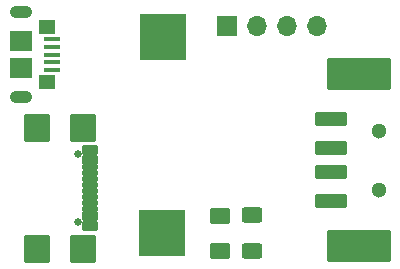
<source format=gbr>
%TF.GenerationSoftware,KiCad,Pcbnew,7.0.1*%
%TF.CreationDate,2024-02-20T00:05:39-05:00*%
%TF.ProjectId,usb test board,75736220-7465-4737-9420-626f6172642e,rev?*%
%TF.SameCoordinates,Original*%
%TF.FileFunction,Soldermask,Top*%
%TF.FilePolarity,Negative*%
%FSLAX46Y46*%
G04 Gerber Fmt 4.6, Leading zero omitted, Abs format (unit mm)*
G04 Created by KiCad (PCBNEW 7.0.1) date 2024-02-20 00:05:39*
%MOMM*%
%LPD*%
G01*
G04 APERTURE LIST*
G04 Aperture macros list*
%AMRoundRect*
0 Rectangle with rounded corners*
0 $1 Rounding radius*
0 $2 $3 $4 $5 $6 $7 $8 $9 X,Y pos of 4 corners*
0 Add a 4 corners polygon primitive as box body*
4,1,4,$2,$3,$4,$5,$6,$7,$8,$9,$2,$3,0*
0 Add four circle primitives for the rounded corners*
1,1,$1+$1,$2,$3*
1,1,$1+$1,$4,$5*
1,1,$1+$1,$6,$7*
1,1,$1+$1,$8,$9*
0 Add four rect primitives between the rounded corners*
20,1,$1+$1,$2,$3,$4,$5,0*
20,1,$1+$1,$4,$5,$6,$7,0*
20,1,$1+$1,$6,$7,$8,$9,0*
20,1,$1+$1,$8,$9,$2,$3,0*%
G04 Aperture macros list end*
%ADD10R,4.000000X4.000000*%
%ADD11RoundRect,0.250000X0.625000X-0.400000X0.625000X0.400000X-0.625000X0.400000X-0.625000X-0.400000X0*%
%ADD12C,2.000000*%
%ADD13C,1.300000*%
%ADD14RoundRect,0.102000X1.250000X0.450000X-1.250000X0.450000X-1.250000X-0.450000X1.250000X-0.450000X0*%
%ADD15RoundRect,0.102000X2.575000X1.250000X-2.575000X1.250000X-2.575000X-1.250000X2.575000X-1.250000X0*%
%ADD16R,1.700000X1.700000*%
%ADD17O,1.700000X1.700000*%
%ADD18RoundRect,0.250001X-0.624999X0.462499X-0.624999X-0.462499X0.624999X-0.462499X0.624999X0.462499X0*%
%ADD19R,1.400000X0.400000*%
%ADD20O,1.900000X1.050000*%
%ADD21R,1.450000X1.150000*%
%ADD22R,1.900000X1.750000*%
%ADD23C,0.650000*%
%ADD24RoundRect,0.102000X-0.575000X0.300000X-0.575000X-0.300000X0.575000X-0.300000X0.575000X0.300000X0*%
%ADD25RoundRect,0.102000X-0.575000X0.150000X-0.575000X-0.150000X0.575000X-0.150000X0.575000X0.150000X0*%
%ADD26RoundRect,0.102000X-1.000000X1.090000X-1.000000X-1.090000X1.000000X-1.090000X1.000000X1.090000X0*%
G04 APERTURE END LIST*
D10*
%TO.C,TP1*%
X99833000Y-92464000D03*
%TD*%
D11*
%TO.C,R1*%
X107418000Y-110596000D03*
X107418000Y-107496000D03*
%TD*%
D12*
%TO.C,J3*%
X99400000Y-92020000D03*
%TD*%
D10*
%TO.C,TP2*%
X99801000Y-109031000D03*
%TD*%
D12*
%TO.C,J4*%
X99350000Y-109480000D03*
%TD*%
D13*
%TO.C,J2*%
X118145000Y-105373000D03*
X118145000Y-100373000D03*
D14*
X114065000Y-106373000D03*
X114065000Y-103873000D03*
X114065000Y-101873000D03*
X114065000Y-99373000D03*
D15*
X116440000Y-110123000D03*
X116440000Y-95623000D03*
%TD*%
D16*
%TO.C,J1*%
X105299000Y-91551000D03*
D17*
X107839000Y-91551000D03*
X110379000Y-91551000D03*
X112919000Y-91551000D03*
%TD*%
D18*
%TO.C,D1*%
X104649000Y-107591500D03*
X104649000Y-110566500D03*
%TD*%
D19*
%TO.C,J6*%
X90452000Y-92641000D03*
X90452000Y-93291000D03*
X90452000Y-93941000D03*
X90452000Y-94591000D03*
X90452000Y-95241000D03*
D20*
X87802000Y-90366000D03*
D21*
X90032000Y-91621000D03*
D22*
X87802000Y-92816000D03*
X87802000Y-95066000D03*
D21*
X90032000Y-96261000D03*
D20*
X87802000Y-97516000D03*
%TD*%
D23*
%TO.C,J5*%
X92608500Y-102362000D03*
X92608500Y-108142000D03*
D24*
X93683500Y-102052000D03*
X93683500Y-102852000D03*
D25*
X93683500Y-104002000D03*
X93683500Y-105002000D03*
X93683500Y-105502000D03*
X93683500Y-106502000D03*
D24*
X93683500Y-108452000D03*
X93683500Y-107652000D03*
D25*
X93683500Y-107002000D03*
X93683500Y-106002000D03*
X93683500Y-104502000D03*
X93683500Y-103502000D03*
D26*
X93108500Y-100142000D03*
X93108500Y-110362000D03*
X89178500Y-100142000D03*
X89178500Y-110362000D03*
%TD*%
M02*

</source>
